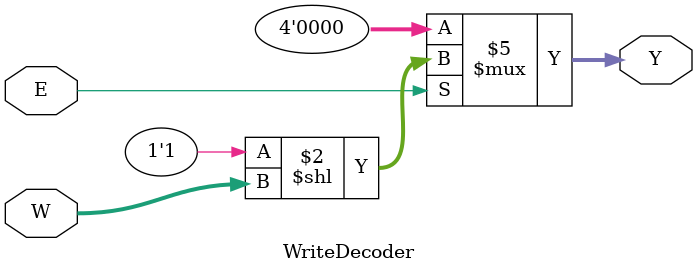
<source format=v>
/*
R. Antonio Orozco
5/26/2014
Homework6-Part5
Refrence: R. Gutmann, TCES 330, Spring 2011
This module implements the write decoder for the register file
*/
module WriteDecoder( W, E, Y );
  parameter N = 2;
  localparam M = 2**N; //N^2
  input [N-1:0] W;      // the input address to write to
  input E;              // enable writable
  output reg [M-1:0] Y = 0; //	The output register to write to
  
  always @(W, E) begin
    if ( E ) begin
      Y = 1'b1 << W;  // shift a '1' into position
    end
    else begin
      Y = 0;
    end
  end  // always
endmodule

</source>
